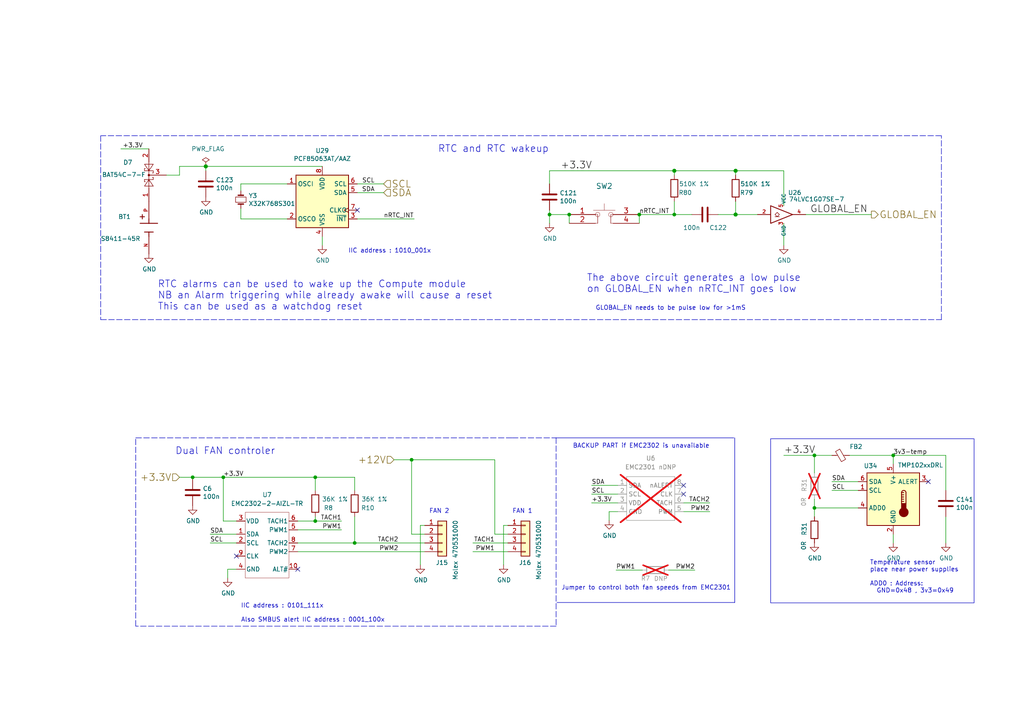
<source format=kicad_sch>
(kicad_sch (version 20230121) (generator eeschema)
  (paper "A4")
  (title_block (title "Penta-Pi") (date "2022-09-05") (rev "2.0") (comment 1 "fjc"))
  (lib_symbols
    (symbol "CM4IO:74LVC1G07_copy"
      (property "Reference" "U" (at -2.54 3.81 0))
      (property "Value" "74LVC1G07_copy" (at 0 -3.81 0))
      (symbol "74LVC1G07_copy_0_1"
        (polyline (pts (xy -2.54 -0.635) (xy -1.27 -0.635)))
        (polyline (pts (xy -3.81 2.54) (xy -3.81 -2.54) (xy 2.54 0) (xy -3.81 2.54)) (stroke (width 0.254)))
        (polyline (pts (xy -1.905 0.635) (xy -2.54 0) (xy -1.905 -0.635) (xy -1.27 0) (xy -1.905 0.635)))
      )
      (symbol "74LVC1G07_copy_1_1"
        (pin input line (at -7.62 0 0) (length 3.81) (name "~") (number "2"))
        (pin power_in line (at 0 -2.54 270) (length 0) (name "GND") (number "3"))
        (pin open_collector line (at 6.35 0 180) (length 3.81) (name "~") (number "4"))
        (pin power_in line (at 0 2.54 90) (length 0) (name "VCC") (number "5"))
      )
    )
    (symbol "CM4IO:EMC2301"
      (property "Reference" "U" (at -7.62 13.97 0))
      (property "Value" "EMC2301" (at -1.27 -1.27 0))
      (symbol "EMC2301_0_0"
        (pin open_collector line (at -11.43 10.16 0) (length 2.54) (name "SDA") (number "1"))
        (pin open_collector line (at -11.43 7.62 0) (length 2.54) (name "SCL") (number "2"))
        (pin power_in line (at -11.43 5.08 0) (length 2.54) (name "VDD") (number "3"))
        (pin power_in line (at -11.43 2.54 0) (length 2.54) (name "GND") (number "4"))
        (pin output line (at 7.62 2.54 180) (length 2.54) (name "PWM") (number "5"))
        (pin input line (at 7.62 5.08 180) (length 2.54) (name "TACH") (number "6"))
        (pin input line (at 7.62 7.62 180) (length 2.54) (name "CLK") (number "7"))
        (pin open_collector line (at 7.62 10.16 180) (length 2.54) (name "nALERT") (number "8"))
      )
      (symbol "EMC2301_0_1"
        (rectangle (start -8.89 12.7) (end 5.08 0))
      )
    )
    (symbol "CM4IO:EMC2302" (pin_names (offset 0.254))
      (property "Reference" "U" (at 2.54 0 0))
      (property "Value" "EMC2302" (at 7.62 -21.59 0))
      (symbol "EMC2302_0_1"
        (rectangle (start 1.27 -1.27) (end 13.97 -20.32) (stroke (width 0.0005)))
      )
      (symbol "EMC2302_1_1"
        (pin open_collector line (at -1.27 -7.62 0) (length 2.54) (name "SDA") (number "1"))
        (pin open_collector line (at 16.51 -17.78 180) (length 2.54) (name "ALT#") (number "10"))
        (pin open_collector line (at -1.27 -10.16 0) (length 2.54) (name "SCL") (number "2"))
        (pin power_in line (at -1.27 -3.81 0) (length 2.54) (name "VDD") (number "3"))
        (pin power_in line (at -1.27 -17.78 0) (length 2.54) (name "GND") (number "4"))
        (pin output line (at 16.51 -6.35 180) (length 2.54) (name "PWM1") (number "5"))
        (pin input line (at 16.51 -3.81 180) (length 2.54) (name "TACH1") (number "6"))
        (pin output line (at 16.51 -12.7 180) (length 2.54) (name "PWM2") (number "7"))
        (pin input line (at 16.51 -10.16 180) (length 2.54) (name "TACH2") (number "8"))
        (pin output line (at -1.27 -13.97 0) (length 2.54) (name "CLK") (number "9"))
      )
    )
    (symbol "CM4IO:S8411-45R" (pin_names (offset 1.016))
      (property "Reference" "BT" (at -3.81 3.81 0))
      (property "Value" "S8411-45R" (at -3.81 -5.08 0))
      (symbol "S8411-45R_0_0"
        (polyline (pts (xy -3.81 1.905) (xy -2.54 1.905)) (stroke (width 0.254)))
        (polyline (pts (xy -3.175 2.54) (xy -3.175 1.27)) (stroke (width 0.254)))
        (polyline (pts (xy -1.27 0) (xy -2.54 0)) (stroke (width 0.254)))
        (polyline (pts (xy -1.27 0) (xy -1.27 -2.54)) (stroke (width 0.254)))
        (polyline (pts (xy -1.27 2.54) (xy -1.27 0)) (stroke (width 0.254)))
        (polyline (pts (xy 1.27 0) (xy 1.27 -1.27)) (stroke (width 0.254)))
        (polyline (pts (xy 1.27 0) (xy 2.54 0)) (stroke (width 0.254)))
        (polyline (pts (xy 1.27 1.27) (xy 1.27 0)) (stroke (width 0.254)))
        (pin passive line (at 7.62 0 180) (length 5.08) (name "~") (number "N"))
        (pin passive line (at -7.62 0 0) (length 5.08) (name "~") (number "P"))
      )
    )
    (symbol "CM4IO:pushButton-PTS647SM38SMTR2LFS" (pin_names (offset 0.02) hide)
      (property "Reference" "S" (at 0 5.715 0))
      (property "Value" "pushButton-PTS647SM38SMTR2LFS" (at 0.635 -5.715 0))
      (symbol "pushButton-PTS647SM38SMTR2LFS_0_1"
        (circle (center -1.905 0) (radius 0.635) (stroke (width 0.0005)))
        (polyline (pts (xy -3.175 1.27) (xy 3.175 1.27)) (stroke (width 0.0005)))
        (polyline (pts (xy -1.905 -2.54) (xy -2.54 -2.54)) (stroke (width 0.0005)))
        (polyline (pts (xy -1.905 0) (xy -2.54 0)) (stroke (width 0.0005)))
        (polyline (pts (xy 1.905 -2.54) (xy 2.54 -2.54)) (stroke (width 0.0005)))
        (polyline (pts (xy 1.905 0) (xy 2.54 0)) (stroke (width 0.0005)))
        (polyline (pts (xy 0 1.27) (xy 0 3.175) (xy 0 3.175)) (stroke (width 0.0005)))
        (circle (center 1.905 0) (radius 0.635) (stroke (width 0.0005)))
      )
      (symbol "pushButton-PTS647SM38SMTR2LFS_1_1"
        (polyline (pts (xy -1.905 0) (xy -1.905 -2.54)) (stroke (width 0.127)))
        (polyline (pts (xy 1.905 -2.54) (xy 1.905 0)) (stroke (width 0.127)))
        (pin passive line (at -10.16 0 0) (length 7.62) (name "1") (number "1"))
        (pin passive line (at -10.16 -2.54 0) (length 7.62) (name "2") (number "2"))
        (pin passive line (at 10.16 0 180) (length 7.62) (name "3") (number "3"))
        (pin passive line (at 10.16 -2.54 180) (length 7.62) (name "4") (number "4"))
      )
    )
    (symbol "Connector_Generic:Conn_01x04" (pin_names (offset 1.016) hide)
      (property "Reference" "J" (at 0 5.08 0))
      (property "Value" "Conn_01x04" (at 0 -7.62 0))
      (symbol "Conn_01x04_1_1"
        (rectangle (start -1.27 -4.953) (end 0 -5.207) (stroke (width 0.1524)))
        (rectangle (start -1.27 -2.413) (end 0 -2.667) (stroke (width 0.1524)))
        (rectangle (start -1.27 0.127) (end 0 -0.127) (stroke (width 0.1524)))
        (rectangle (start -1.27 2.667) (end 0 2.413) (stroke (width 0.1524)))
        (rectangle (start -1.27 3.81) (end 1.27 -6.35) (stroke (width 0.254)) (fill (type background)))
        (pin passive line (at -5.08 2.54 0) (length 3.81) (name "Pin_1") (number "1"))
        (pin passive line (at -5.08 0 0) (length 3.81) (name "Pin_2") (number "2"))
        (pin passive line (at -5.08 -2.54 0) (length 3.81) (name "Pin_3") (number "3"))
        (pin passive line (at -5.08 -5.08 0) (length 3.81) (name "Pin_4") (number "4"))
      )
    )
    (symbol "Device:C" (pin_numbers hide) (pin_names (offset 0.254))
      (property "Reference" "C" (at 0.635 2.54 0))
      (property "Value" "C" (at 0.635 -2.54 0))
      (symbol "C_0_1"
        (polyline (pts (xy -2.032 -0.762) (xy 2.032 -0.762)) (stroke (width 0.508)))
        (polyline (pts (xy -2.032 0.762) (xy 2.032 0.762)) (stroke (width 0.508)))
      )
      (symbol "C_1_1"
        (pin passive line (at 0 3.81 270) (length 2.794) (name "~") (number "1"))
        (pin passive line (at 0 -3.81 90) (length 2.794) (name "~") (number "2"))
      )
    )
    (symbol "Device:Crystal_Small" (pin_numbers hide) (pin_names (offset 1.016) hide)
      (property "Reference" "Y" (at 0 2.54 0))
      (property "Value" "Crystal_Small" (at 0 -2.54 0))
      (symbol "Crystal_Small_0_1"
        (rectangle (start -0.762 -1.524) (end 0.762 1.524))
        (polyline (pts (xy -1.27 -0.762) (xy -1.27 0.762)) (stroke (width 0.381)))
        (polyline (pts (xy 1.27 -0.762) (xy 1.27 0.762)) (stroke (width 0.381)))
      )
      (symbol "Crystal_Small_1_1"
        (pin passive line (at -2.54 0 0) (length 1.27) (name "1") (number "1"))
        (pin passive line (at 2.54 0 180) (length 1.27) (name "2") (number "2"))
      )
    )
    (symbol "Device:FerriteBead_Small" (pin_numbers hide) (pin_names (offset 0))
      (property "Reference" "FB" (at 1.905 1.27 0))
      (property "Value" "FerriteBead_Small" (at 1.905 -1.27 0))
      (symbol "FerriteBead_Small_0_1"
        (polyline (pts (xy 0 -1.27) (xy 0 -0.7874)))
        (polyline (pts (xy 0 0.889) (xy 0 1.2954)))
        (polyline (pts (xy -1.8288 0.2794) (xy -1.1176 1.4986) (xy 1.8288 -0.2032) (xy 1.1176 -1.4224) (xy -1.8288 0.2794)))
      )
      (symbol "FerriteBead_Small_1_1"
        (pin passive line (at 0 2.54 270) (length 1.27) (name "~") (number "1"))
        (pin passive line (at 0 -2.54 90) (length 1.27) (name "~") (number "2"))
      )
    )
    (symbol "Device:R" (pin_numbers hide) (pin_names (offset 0))
      (property "Reference" "R" (at 2.032 0 90))
      (property "Value" "R" (at 0 0 90))
      (symbol "R_0_1"
        (rectangle (start -1.016 -2.54) (end 1.016 2.54) (stroke (width 0.254)))
      )
      (symbol "R_1_1"
        (pin passive line (at 0 3.81 270) (length 1.27) (name "~") (number "1"))
        (pin passive line (at 0 -3.81 90) (length 1.27) (name "~") (number "2"))
      )
    )
    (symbol "Diode:BAT54C" (pin_names (offset 1.016))
      (property "Reference" "D" (at 0.635 -3.81 0))
      (property "Value" "BAT54C" (at -6.35 3.175 0))
      (symbol "BAT54C_0_1"
        (polyline (pts (xy -1.905 0) (xy 1.905 0)))
        (polyline (pts (xy -1.905 1.27) (xy -1.905 1.016)))
        (polyline (pts (xy -1.27 -1.27) (xy -0.635 -1.27)))
        (polyline (pts (xy -1.27 0) (xy -3.81 0)))
        (polyline (pts (xy -1.27 1.27) (xy -1.905 1.27)))
        (polyline (pts (xy -1.27 1.27) (xy -1.27 -1.27)))
        (polyline (pts (xy -0.635 -1.27) (xy -0.635 -1.016)))
        (polyline (pts (xy 0.635 -1.27) (xy 0.635 -1.016)))
        (polyline (pts (xy 1.27 -1.27) (xy 0.635 -1.27)))
        (polyline (pts (xy 1.27 1.27) (xy 1.27 -1.27)))
        (polyline (pts (xy 1.27 1.27) (xy 1.905 1.27)))
        (polyline (pts (xy 1.905 1.27) (xy 1.905 1.016)))
        (polyline (pts (xy 3.81 0) (xy 1.27 0)))
        (polyline (pts (xy -3.175 -1.27) (xy -3.175 1.27) (xy -1.27 0) (xy -3.175 -1.27)))
        (polyline (pts (xy 3.175 -1.27) (xy 3.175 1.27) (xy 1.27 0) (xy 3.175 -1.27)))
        (circle (center 0 0) (radius 0.254) (fill (type outline)))
      )
      (symbol "BAT54C_1_1"
        (pin passive line (at -7.62 0 0) (length 3.81) (name "~") (number "1"))
        (pin passive line (at 7.62 0 180) (length 3.81) (name "~") (number "2"))
        (pin passive line (at 0 -5.08 90) (length 5.08) (name "~") (number "3"))
      )
    )
    (symbol "Sensor_Temperature:TMP102xxDRL"
      (property "Reference" "U" (at -2.54 10.795 0))
      (property "Value" "TMP102xxDRL" (at -2.54 8.89 0))
      (symbol "TMP102xxDRL_0_1"
        (rectangle (start -7.62 7.62) (end 7.62 -7.62) (stroke (width 0.254)) (fill (type background)))
      )
      (symbol "TMP102xxDRL_1_1"
        (polyline (pts (xy 2.413 -0.635) (xy 3.048 -0.635)) (stroke (width 0.254)))
        (polyline (pts (xy 2.413 0) (xy 3.048 0)) (stroke (width 0.254)))
        (polyline (pts (xy 2.413 0.635) (xy 3.048 0.635)) (stroke (width 0.254)))
        (polyline (pts (xy 2.413 1.27) (xy 3.048 1.27)) (stroke (width 0.254)))
        (polyline (pts (xy 2.413 1.905) (xy 2.413 -1.27)) (stroke (width 0.254)))
        (polyline (pts (xy 2.413 1.905) (xy 3.048 1.905)) (stroke (width 0.254)))
        (polyline (pts (xy 3.683 1.905) (xy 3.683 -1.27)) (stroke (width 0.254)))
        (circle (center 3.048 -3.81) (radius 1.27) (stroke (width 0.254)) (fill (type outline)))
        (rectangle (start 3.683 -3.175) (end 2.413 -1.27) (stroke (width 0.254)) (fill (type outline)))
        (arc (start 3.683 1.905) (mid 3.048 2.5373) (end 2.413 1.905) (stroke (width 0.254)))
        (pin input line (at -10.16 2.54 0) (length 2.54) (name "SCL") (number "1"))
        (pin power_in line (at 0 -10.16 90) (length 2.54) (name "GND") (number "2"))
        (pin open_collector line (at 10.16 5.08 180) (length 2.54) (name "ALERT") (number "3"))
        (pin input line (at -10.16 -2.54 0) (length 2.54) (name "ADD0") (number "4"))
        (pin power_in line (at 0 10.16 270) (length 2.54) (name "V+") (number "5"))
        (pin bidirectional line (at -10.16 5.08 0) (length 2.54) (name "SDA") (number "6"))
      )
    )
    (symbol "Timer_RTC:PCF8563T"
      (property "Reference" "U" (at -7.62 8.89 0))
      (property "Value" "PCF8563T" (at 2.54 8.89 0))
      (symbol "PCF8563T_0_1"
        (rectangle (start -7.62 7.62) (end 7.62 -7.62) (stroke (width 0.254)) (fill (type background)))
      )
      (symbol "PCF8563T_1_1"
        (pin input line (at -10.16 5.08 0) (length 2.54) (name "OSCI") (number "1"))
        (pin output line (at -10.16 -5.08 0) (length 2.54) (name "OSCO") (number "2"))
        (pin output line (at 10.16 -5.08 180) (length 2.54) (name "~{INT}") (number "3"))
        (pin power_in line (at 0 -10.16 90) (length 2.54) (name "VSS") (number "4"))
        (pin bidirectional line (at 10.16 2.54 180) (length 2.54) (name "SDA") (number "5"))
        (pin input line (at 10.16 5.08 180) (length 2.54) (name "SCL") (number "6"))
        (pin output clock (at 10.16 -2.54 180) (length 2.54) (name "CLKO") (number "7"))
        (pin power_in line (at 0 10.16 270) (length 2.54) (name "VDD") (number "8"))
      )
    )
    (symbol "power:GND" (power) (pin_names (offset 0))
      (property "Value" "GND" (at 0 -3.81 0))
      (symbol "GND_0_1"
        (polyline (pts (xy 0 0) (xy 0 -1.27) (xy 1.27 -1.27) (xy 0 -2.54) (xy -1.27 -1.27) (xy 0 -1.27)))
      )
      (symbol "GND_1_1"
        (pin power_in line (at 0 0 270) (length 0) hide (name "GND") (number "1"))
      )
    )
    (symbol "power:PWR_FLAG" (power) (pin_numbers hide) (pin_names (offset 0) hide)
      (property "Value" "PWR_FLAG" (at 0 3.81 0))
      (symbol "PWR_FLAG_0_0"
        (pin power_out line (at 0 0 90) (length 0) (name "pwr") (number "1"))
      )
      (symbol "PWR_FLAG_0_1"
        (polyline (pts (xy 0 0) (xy 0 1.27) (xy -1.016 1.905) (xy 0 2.54) (xy 1.016 1.905) (xy 0 1.27)))
      )
    )
  )
  (junction (at 55.88 138.43) (diameter 0.9144))
  (junction (at 213.36 62.23) (diameter 1.016))
  (junction (at 64.77 138.43) (diameter 0.9144))
  (junction (at 159.385 62.23) (diameter 0.9144))
  (junction (at 91.44 151.13) (diameter 0.9144))
  (junction (at 236.22 147.32))
  (junction (at 59.69 48.26) (diameter 1.016))
  (junction (at 102.87 157.48) (diameter 0.9144))
  (junction (at 213.36 49.53) (diameter 1.016))
  (junction (at 119.38 133.35) (diameter 0.9144))
  (junction (at 195.58 49.53) (diameter 1.016))
  (junction (at 259.08 132.08))
  (junction (at 165.1 62.23) (diameter 0.9144))
  (junction (at 185.42 62.23) (diameter 0.9144))
  (junction (at 236.22 132.08))
  (junction (at 195.58 62.23) (diameter 0.9144))
  (junction (at 91.44 138.43) (diameter 0.9144))
  (no_connect (at 269.24 139.7))
  (no_connect (at 68.58 161.29))
  (no_connect (at 86.36 165.1))
  (no_connect (at 103.632 60.96))
  (no_connect (at 198.2593 140.7794))
  (no_connect (at 198.2593 143.3194))
  (wire (pts (xy 246.38 132.08) (xy 259.08 132.08)))
  (wire (pts (xy 48.26 50.8) (xy 52.07 50.8)))
  (wire (pts (xy 52.07 138.43) (xy 55.88 138.43)))
  (wire (pts (xy 55.88 138.43) (xy 64.77 138.43)))
  (wire (pts (xy 64.77 138.43) (xy 91.44 138.43)))
  (wire (pts (xy 179.2093 145.8594) (xy 171.5893 145.8594)))
  (wire (pts (xy 69.85 53.34) (xy 83.312 53.34)))
  (wire (pts (xy 66.04 165.1) (xy 66.04 167.64)))
  (wire (pts (xy 233.68 62.23) (xy 252.73 62.23)))
  (wire (pts (xy 111.252 55.88) (xy 103.632 55.88)))
  (polyline (pts (xy 39.37 127) (xy 148.59 127)) (stroke (width 0) (type dash)))
  (wire (pts (xy 186.309 165.354) (xy 178.689 165.354)))
  (wire (pts (xy 248.92 139.7) (xy 241.3 139.7)))
  (wire (pts (xy 102.87 149.86) (xy 102.87 157.48)))
  (wire (pts (xy 121.92 152.4) (xy 121.92 163.83)))
  (polyline (pts (xy 273.05 39.37) (xy 29.21 39.37)) (stroke (width 0) (type dash)))
  (wire (pts (xy 248.92 142.24) (xy 241.3 142.24)))
  (wire (pts (xy 185.42 64.77) (xy 185.42 62.23)))
  (wire (pts (xy 236.22 132.08) (xy 241.3 132.08)))
  (polyline (pts (xy 29.21 92.71) (xy 273.05 92.71)) (stroke (width 0) (type dash)))
  (wire (pts (xy 195.58 49.53) (xy 195.58 50.8)))
  (wire (pts (xy 205.8793 148.3994) (xy 198.2593 148.3994)))
  (wire (pts (xy 86.36 160.02) (xy 123.19 160.02)))
  (wire (pts (xy 91.44 138.43) (xy 102.87 138.43)))
  (wire (pts (xy 102.87 138.43) (xy 102.87 142.24)))
  (wire (pts (xy 91.44 151.13) (xy 99.06 151.13)))
  (wire (pts (xy 159.385 49.53) (xy 195.58 49.53)))
  (wire (pts (xy 185.42 62.23) (xy 195.58 62.23)))
  (wire (pts (xy 147.32 154.94) (xy 143.51 154.94)))
  (wire (pts (xy 68.58 165.1) (xy 66.04 165.1)))
  (wire (pts (xy 103.632 63.5) (xy 120.142 63.5)))
  (polyline (pts (xy 161.29 127) (xy 161.29 181.61)) (stroke (width 0) (type dash)))
  (polyline (pts (xy 273.05 92.71) (xy 273.05 39.37)) (stroke (width 0) (type dash)))
  (wire (pts (xy 93.472 68.58) (xy 93.472 71.12)))
  (wire (pts (xy 69.85 53.34) (xy 69.85 55.372)))
  (wire (pts (xy 123.19 152.4) (xy 121.92 152.4)))
  (wire (pts (xy 55.88 138.43) (xy 55.88 139.065)))
  (wire (pts (xy 274.32 132.08) (xy 274.32 142.24)))
  (wire (pts (xy 236.22 147.32) (xy 248.92 147.32)))
  (wire (pts (xy 236.22 137.16) (xy 236.22 132.08)))
  (wire (pts (xy 68.58 154.94) (xy 60.96 154.94)))
  (wire (pts (xy 208.28 62.23) (xy 213.36 62.23)))
  (wire (pts (xy 179.2093 140.7794) (xy 171.5893 140.7794)))
  (polyline (pts (xy 161.29 127) (xy 212.852 127)))
  (polyline (pts (xy 213.106 127) (xy 213.106 174.752)))
  (polyline (pts (xy 213.106 174.752) (xy 161.544 174.752)))
  (wire (pts (xy 68.58 157.48) (xy 60.96 157.48)))
  (wire (pts (xy 201.549 165.354) (xy 193.929 165.354)))
  (wire (pts (xy 52.07 48.26) (xy 59.69 48.26)))
  (wire (pts (xy 165.1 64.77) (xy 165.1 62.23)))
  (wire (pts (xy 147.32 152.4) (xy 146.05 152.4)))
  (wire (pts (xy 143.51 133.35) (xy 143.51 154.94)))
  (wire (pts (xy 159.385 62.23) (xy 159.385 60.96)))
  (wire (pts (xy 159.385 64.77) (xy 159.385 62.23)))
  (wire (pts (xy 86.36 157.48) (xy 102.87 157.48)))
  (wire (pts (xy 102.87 157.48) (xy 123.19 157.48)))
  (wire (pts (xy 123.19 154.94) (xy 119.38 154.94)))
  (polyline (pts (xy 39.37 181.61) (xy 39.37 127)) (stroke (width 0) (type dash)))
  (wire (pts (xy 59.69 48.26) (xy 59.69 49.5554)))
  (wire (pts (xy 195.58 62.23) (xy 200.66 62.23)))
  (wire (pts (xy 119.38 133.35) (xy 114.3 133.35)))
  (wire (pts (xy 259.08 132.08) (xy 259.08 134.62)))
  (wire (pts (xy 213.36 49.53) (xy 227.33 49.53)))
  (wire (pts (xy 137.16 157.48) (xy 147.32 157.48)))
  (wire (pts (xy 69.85 63.5) (xy 69.85 60.452)))
  (polyline (pts (xy 161.29 181.61) (xy 39.37 181.61)) (stroke (width 0) (type dash)))
  (wire (pts (xy 52.07 50.8) (xy 52.07 48.26)))
  (wire (pts (xy 59.69 48.26) (xy 93.472 48.26)))
  (wire (pts (xy 236.22 147.32) (xy 236.22 149.86)))
  (wire (pts (xy 205.8793 145.8594) (xy 198.2593 145.8594)))
  (wire (pts (xy 195.58 49.53) (xy 213.36 49.53)))
  (wire (pts (xy 91.44 138.43) (xy 91.44 142.24)))
  (wire (pts (xy 213.36 62.23) (xy 213.36 58.42)))
  (wire (pts (xy 259.08 157.48) (xy 259.08 154.94)))
  (wire (pts (xy 236.22 144.78) (xy 236.22 147.32)))
  (wire (pts (xy 179.2093 143.3194) (xy 171.5893 143.3194)))
  (wire (pts (xy 137.16 160.02) (xy 147.32 160.02)))
  (wire (pts (xy 159.385 53.34) (xy 159.385 49.53)))
  (wire (pts (xy 259.08 132.08) (xy 274.32 132.08)))
  (wire (pts (xy 83.312 63.5) (xy 69.85 63.5)))
  (wire (pts (xy 213.36 62.23) (xy 219.71 62.23)))
  (wire (pts (xy 64.77 138.43) (xy 64.77 151.13)))
  (wire (pts (xy 68.58 151.13) (xy 64.77 151.13)))
  (wire (pts (xy 227.33 64.77) (xy 227.33 71.12)))
  (wire (pts (xy 165.1 62.23) (xy 159.385 62.23)))
  (polyline (pts (xy 29.21 39.37) (xy 29.21 92.71)) (stroke (width 0) (type dash)))
  (wire (pts (xy 213.36 49.53) (xy 213.36 50.8)))
  (wire (pts (xy 91.44 149.86) (xy 91.44 151.13)))
  (wire (pts (xy 195.58 62.23) (xy 195.58 58.42)))
  (wire (pts (xy 35.052 43.18) (xy 43.18 43.18)))
  (wire (pts (xy 111.252 53.34) (xy 103.632 53.34)))
  (polyline (pts (xy 148.59 127) (xy 161.29 127)) (stroke (width 0) (type dash)))
  (wire (pts (xy 119.38 133.35) (xy 143.51 133.35)))
  (wire (pts (xy 274.32 157.48) (xy 274.32 149.86)))
  (wire (pts (xy 86.36 151.13) (xy 91.44 151.13)))
  (wire (pts (xy 227.33 132.08) (xy 236.22 132.08)))
  (wire (pts (xy 179.2093 148.3994) (xy 176.6749 148.3994)))
  (wire (pts (xy 146.05 152.4) (xy 146.05 163.83)))
  (wire (pts (xy 119.38 133.35) (xy 119.38 154.94)))
  (wire (pts (xy 86.36 153.67) (xy 99.06 153.67)))
  (wire (pts (xy 176.6749 148.3994) (xy 176.6749 150.9484)))
  (wire (pts (xy 227.33 49.53) (xy 227.33 59.69)))
  (rectangle (start 223.52 127.2559) (end 282.5246 174.86))
  (text "The above circuit generates a low pulse\non GLOBAL_EN when nRTC_INT goes low" (at 170.18 85.09 0) (effects (font (size 2.007 2.007)) (justify left bottom)))
  (text "RTC alarms can be used to wake up the Compute module\nNB an Alarm triggering while already awake will cause a reset \nThis can be used as a watchdog reset " (at 45.72 90.17 0) (effects (font (size 2.0066 2.0066)) (justify left bottom)))
  (text "GLOBAL_EN needs to be pulse low for >1mS" (at 172.72 90.17 0) (effects (font (size 1.27 1.27)) (justify left bottom)))
  (text "Also SMBUS alert IIC address : 0001_100x" (at 69.8754 180.6194 0) (effects (font (size 1.27 1.27)) (justify left bottom)))
  (text "FAN 1\n\n" (at 148.59 151.13 0) (effects (font (size 1.27 1.27)) (justify left bottom)))
  (text "Temperature sensor\nplace near power supplies\n\nADD0 : Address:\n  GND=0x48 , 3v3=0x49\n" (at 252.2799 172.1756 0) (effects (font (size 1.27 1.27)) (justify left bottom)))
  (text "BACKUP PART if EMC2302 is unavailable" (at 166.116 130.175 0) (effects (font (size 1.27 1.27)) (justify left bottom)))
  (text "Dual FAN controler" (at 50.8 132.08 0) (effects (font (size 2.007 2.007)) (justify left bottom)))
  (text "Jumper to control both fan speeds from EMC2301" (at 162.814 171.323 0) (effects (font (size 1.27 1.27)) (justify left bottom)))
  (text "RTC and RTC wakeup" (at 127 44.45 0) (effects (font (size 2.0066 2.0066)) (justify left bottom)))
  (text "IIC address : 0101_111x" (at 69.85 176.53 0) (effects (font (size 1.27 1.27)) (justify left bottom)))
  (text "IIC address : 1010_001x" (at 101.0158 73.5838 0) (effects (font (size 1.27 1.27)) (justify left bottom)))
  (text "FAN 2\n\n" (at 124.46 151.13 0) (effects (font (size 1.27 1.27)) (justify left bottom)))
  (label "GLOBAL_EN" (at 234.95 62.23 0) (effects (font (size 2.0066 2.0066))))
  (label "TACH1" (at 99.06 151.13 180))
  (label "PWM2" (at 201.549 165.354 180))
  (label "3v3-temp" (at 259.08 132.08 0))
  (label "TACH2" (at 205.8793 145.8594 180))
  (label "SDA" (at 60.96 154.94 0))
  (label "+3.3V" (at 35.56 43.18 0))
  (label "+3.3V" (at 171.5893 145.8594 0))
  (label "PWM2" (at 205.8793 148.3994 180))
  (label "TACH2" (at 115.57 157.48 180))
  (label "TACH1" (at 143.51 157.48 180))
  (label "SDA" (at 241.3 139.7 0))
  (label "PWM1" (at 143.51 160.02 180))
  (label "+3.3V" (at 64.77 138.43 0))
  (label "+3.3V" (at 162.56 49.53 0) (effects (font (size 2.007 2.007))))
  (label "SCL" (at 60.96 157.48 0))
  (label "SCL" (at 108.712 53.34 180))
  (label "PWM1" (at 99.06 153.67 180))
  (label "PWM2" (at 115.57 160.02 180))
  (label "nRTC_INT" (at 185.42 62.23 0))
  (label "SDA" (at 108.712 55.88 180))
  (label "+3.3V" (at 227.33 132.08 0) (effects (font (size 2.007 2.007))))
  (label "nRTC_INT" (at 120.015 63.5 180))
  (label "PWM1" (at 178.689 165.354 0))
  (label "SCL" (at 171.5893 143.3194 0))
  (label "SDA" (at 171.5893 140.7794 0))
  (label "SCL" (at 241.3 142.24 0))
  (hierarchical_label "GLOBAL_EN" (shape output) (at 252.73 62.23 0) (effects (font (size 2.0066 2.0066))))
  (hierarchical_label "SCL" (shape input) (at 111.252 53.34 0) (effects (font (size 2.0066 2.0066))))
  (hierarchical_label "SDA" (shape input) (at 111.252 55.88 0) (effects (font (size 2.0066 2.0066))))
  (hierarchical_label "+12V" (shape input) (at 114.3 133.35 180) (effects (font (size 2.0066 2.0066))))
  (hierarchical_label "+3.3V" (shape input) (at 52.07 138.43 180) (effects (font (size 2.0066 2.0066))))
  (symbol (lib_id "power:GND") (at 93.472 71.12 0) (unit 1)
    (property "Reference" "#PWR061" (effects hide))
    (property "Value" "GND" (at 93.599 75.5142 0))
  )
  (symbol (lib_id "CM4IO:74LVC1G07_copy") (at 227.33 62.23 0) (unit 1)
    (property "Reference" "U26" (at 230.505 55.88 0))
    (property "Value" "74LVC1G07SE-7" (at 236.855 57.785 0))
    (property "Footprint" "Package_TO_SOT_SMD:SOT-353_SC-70-5" (effects hide))
    (property "Datasheet" "https://www.diodes.com/assets/Datasheets/74LVC1G07.pdf" (effects hide))
    (property "LCSC Part Number" "C67531" (effects hide))
  )
  (symbol (lib_id "Device:R") (at 195.58 54.61 180) (unit 1)
    (property "Reference" "R80" (at 198.755 55.88 0))
    (property "Value" "510K 1%" (at 201.295 53.34 0))
    (property "Footprint" "Resistor_SMD:R_0603_1608Metric" (effects hide))
    (property "LCSC Part Number" "C23192" (effects hide))
  )
  (symbol (lib_id "Device:R") (at 213.36 54.61 180) (unit 1)
    (property "Reference" "R79" (at 216.535 55.88 0))
    (property "Value" "510K 1%" (at 219.075 53.34 0))
    (property "Footprint" "Resistor_SMD:R_0603_1608Metric" (effects hide))
    (property "LCSC Part Number" "C23192" (effects hide))
  )
  (symbol (lib_id "Device:C") (at 159.385 57.15 0) (unit 1)
    (property "Reference" "C121" (at 162.306 55.9816 0) (effects (justify left)))
    (property "Value" "100n" (at 162.306 58.293 0) (effects (justify left)))
    (property "Footprint" "Capacitor_SMD:C_0402_1005Metric" (effects hide))
    (property "Datasheet" "https://search.murata.co.jp/Ceramy/image/img/A01X/G101/ENG/GRM21BR71A106KA73-01.pdf" (effects hide))
    (property "LCSC Part Number" "C1525" (effects hide))
  )
  (symbol (lib_id "Device:C") (at 204.47 62.23 270) (unit 1)
    (property "Reference" "C122" (at 205.74 66.04 90) (effects (justify left)))
    (property "Value" "100n" (at 198.12 66.04 90) (effects (justify left)))
    (property "Footprint" "Capacitor_SMD:C_0402_1005Metric" (effects hide))
    (property "Datasheet" "https://search.murata.co.jp/Ceramy/image/img/A01X/G101/ENG/GRM21BR71A106KA73-01.pdf" (effects hide))
    (property "LCSC Part Number" "C1525" (effects hide))
  )
  (symbol (lib_id "power:GND") (at 227.33 71.12 0) (unit 1)
    (property "Reference" "#PWR066" (effects hide))
    (property "Value" "GND" (at 227.457 75.5142 0))
  )
  (symbol (lib_id "power:GND") (at 159.385 64.77 0) (unit 1)
    (property "Reference" "#PWR065" (effects hide))
    (property "Value" "GND" (at 159.512 69.1642 0))
  )
  (symbol (lib_id "Timer_RTC:PCF8563T") (at 93.472 58.42 0) (unit 1)
    (property "Reference" "U29" (at 93.472 43.7134 0))
    (property "Value" "PCF85063AT/AAZ" (at 93.472 46.0248 0))
    (property "Footprint" "Package_SO:SOIC-8_3.9x4.9mm_P1.27mm" (effects hide))
    (property "Datasheet" "https://www.nxp.com/docs/en/data-sheet/PCF85063A.pdf" (effects hide))
    (property "LCSC Part Number" "C2157792" (effects hide))
  )
  (symbol (lib_id "Device:Crystal_Small") (at 69.85 57.912 90) (unit 1)
    (property "Reference" "Y3" (at 72.0852 56.769 90) (effects (justify right)))
    (property "Value" "X32K768S301" (at 72.0852 59.055 90) (effects (justify right)))
    (property "Footprint" "Crystal:Crystal_SMD_3215-2Pin_3.2x1.5mm" (effects hide))
    (property "Datasheet" "https://www.microcrystal.com/fileadmin/Media/Products/32kHz/Datasheet/CC7V-T1A.pdf" (effects hide))
    (property "LCSC Part Number" "C32346" (effects hide))
  )
  (symbol (lib_id "Diode:BAT54C") (at 43.18 50.8 90) (unit 1)
    (property "Reference" "D7" (at 38.4302 47.117 90) (effects (justify left)))
    (property "Value" "BAT54C-7-F" (at 42.2402 50.673 90) (effects (justify left)))
    (property "Footprint" "Package_TO_SOT_SMD:SOT-23" (effects hide))
    (property "Datasheet" "https://www.diodes.com/assets/Datasheets/ds11005.pdf" (effects hide))
    (property "LCSC Part Number" "C181200" (effects hide))
  )
  (symbol (lib_id "power:GND") (at 236.22 157.48 0) (unit 1)
    (property "Reference" "#PWR057" (effects hide))
    (property "Value" "GND" (at 236.347 161.8742 0))
  )
  (symbol (lib_id "power:GND") (at 176.6749 150.9484 0) (unit 1)
    (property "Reference" "#PWR0108" (effects hide))
    (property "Value" "GND" (at 176.8019 155.3426 0))
  )
  (symbol (lib_id "CM4IO:S8411-45R") (at 43.18 66.04 90) (mirror x) (unit 1)
    (property "Reference" "BT1" (at 34.29 62.8649 90) (effects (justify right)))
    (property "Value" "S8411-45R" (at 29.21 69.2149 90) (effects (justify right)))
    (property "Footprint" "CM4IO:BAT_S8411-45R" (effects hide))
    (property "Datasheet" "https://cdn.harwin.com/pdfs/S8211R.pdf" (effects hide))
    (property "LCSC Part Number" "C238068" (effects hide))
  )
  (symbol (lib_id "power:GND") (at 259.08 157.48 0) (unit 1)
    (property "Reference" "#PWR03" (effects hide))
    (property "Value" "GND" (at 259.207 161.8742 0))
  )
  (symbol (lib_id "Device:R") (at 102.87 146.05 180) (unit 1)
    (property "Reference" "R10" (at 106.68 147.32 0))
    (property "Value" "36K 1%" (at 108.585 144.78 0))
    (property "Footprint" "Resistor_SMD:R_0603_1608Metric" (effects hide))
    (property "LCSC Part Number" "C23147" (effects hide))
  )
  (symbol (lib_id "power:GND") (at 274.32 157.48 0) (unit 1)
    (property "Reference" "#PWR05" (effects hide))
    (property "Value" "GND" (at 274.447 161.8742 0))
  )
  (symbol (lib_id "CM4IO:EMC2302") (at 69.85 147.32 0) (unit 1)
    (property "Reference" "U7" (at 77.47 143.51 0))
    (property "Value" "EMC2302-2-AIZL-TR" (at 77.47 146.05 0))
    (property "Footprint" "Package_SO:MSOP-10_3x3mm_P0.5mm" (effects hide))
    (property "Datasheet" "https://ww1.microchip.com/downloads/en/DeviceDoc/2302.pdf" (effects hide))
    (property "LCSC Part Number" "C626970" (effects hide))
    (property "Part Description" "DUAL IC MOTOR/FAN DRIVER 3V-3.6V 10MSOP" (effects hide))
  )
  (symbol (lib_id "power:GND") (at 66.04 167.64 0) (unit 1)
    (property "Reference" "#PWR060" (effects hide))
    (property "Value" "GND" (at 66.167 172.0342 0))
  )
  (symbol (lib_id "Device:R") (at 236.22 153.67 180) (unit 1)
    (property "Reference" "R31" (at 233.2856 153.4111 90))
    (property "Value" "0R" (at 233.113 158.2442 90))
    (property "Footprint" "Resistor_SMD:R_0603_1608Metric" (effects hide))
    (property "LCSC Part Number" "C21189" (effects hide))
    (instances (project "Hepta-Pi_1.1" (path "" (reference "R31") (unit 1)) (path "" (reference "R11") (unit 1))))
  )
  (symbol (lib_id "CM4IO:pushButton-PTS647SM38SMTR2LFS") (at 175.26 62.23 0) (unit 1)
    (property "Reference" "SW2" (at 175.26 53.975 0) (effects (font (size 1.524 1.524))))
    (property "Value" "pushButton-PTS647SM38SMTR2LFS" (effects hide))
    (property "Footprint" "CM4IO:pushButton-PTS647SM38SMTR2LFS" (effects hide))
    (property "Datasheet" "https://www.ckswitches.com/products/switches/product-details/Tactile/PTS647/PTS647SM38SMTR2LFS/" (effects hide))
    (property "Part Description" "Tact Sw SPST-NO Top Actuated SMT 4.5mmX4.5mm" (effects hide))
    (property "LCSC Part Number" "C2689502" (effects hide))
  )
  (symbol (lib_id "power:GND") (at 121.92 163.83 0) (unit 1)
    (property "Reference" "#PWR062" (effects hide))
    (property "Value" "GND" (at 122.047 168.2242 0))
  )
  (symbol (lib_id "Device:C") (at 274.32 146.05 0) (unit 1)
    (property "Reference" "C141" (at 277.241 144.8816 0) (effects (justify left)))
    (property "Value" "100n" (at 277.241 147.193 0) (effects (justify left)))
    (property "Footprint" "Capacitor_SMD:C_0603_1608Metric" (effects hide))
    (property "Datasheet" "https://search.murata.co.jp/Ceramy/image/img/A01X/G101/ENG/GRM21BR71A106KA73-01.pdf" (effects hide))
    (property "LCSC Part Number" "C14663" (effects hide))
  )
  (symbol (lib_id "Device:C") (at 55.88 142.875 0) (unit 1)
    (property "Reference" "C6" (at 58.801 141.7066 0) (effects (justify left)))
    (property "Value" "100n" (at 58.801 144.018 0) (effects (justify left)))
    (property "Footprint" "Capacitor_SMD:C_0402_1005Metric" (effects hide))
    (property "Datasheet" "https://search.murata.co.jp/Ceramy/image/img/A01X/G101/ENG/GRM21BR71A106KA73-01.pdf" (effects hide))
    (property "LCSC Part Number" "C1525" (effects hide))
  )
  (symbol (lib_id "Sensor_Temperature:TMP102xxDRL") (at 259.08 144.78 0) (unit 1)
    (property "Reference" "U34" (at 252.5099 135.1214 0))
    (property "Value" "TMP102xxDRL" (at 266.9714 134.9224 0))
    (property "Footprint" "Package_TO_SOT_SMD:SOT-563" (effects hide))
    (property "Datasheet" "https://www.ti.com/lit/ds/symlink/tmp102.pdf" (effects hide))
    (property "Part Description" "TEMP SENSOR I2C SOT-563" (effects hide))
  )
  (symbol (lib_id "Connector_Generic:Conn_01x04") (at 152.4 154.94 0) (unit 1)
    (property "Reference" "J16" (at 150.495 163.195 0) (effects (justify left)))
    (property "Value" "Molex 470531000" (at 156.21 168.275 90) (effects (justify left)))
    (property "Footprint" "Connector:FanPinHeader_1x04_P2.54mm_Vertical" (effects hide))
    (property "Special" "TH" (effects hide))
  )
  (symbol (lib_id "power:PWR_FLAG") (at 59.69 48.26 0) (unit 1)
    (property "Reference" "#FLG0113" (effects hide))
    (property "Value" "PWR_FLAG" (at 60.325 43.18 0))
  )
  (symbol (lib_id "Device:FerriteBead_Small") (at 243.84 132.08 90) (mirror x) (unit 1)
    (property "Reference" "FB2" (at 246.38 129.54 90) (effects (justify right)))
    (property "Value" "FerriteBead_Small" (effects hide))
    (property "Footprint" "Resistor_SMD:R_0603_1608Metric" (effects hide))
    (property "Datasheet" "https://www.chilisin.com/upload/media/product/emi_bead/file/BBPY_Series.pdf" (effects hide))
    (property "LCSC Part Number" "C108301" (effects hide))
    (instances (project "Hepta-Pi_1.1" (path "" (reference "FB2") (unit 1)) (path "" (reference "FB1") (unit 1))))
  )
  (symbol (lib_id "CM4IO:EMC2301") (at 190.6393 150.9394 0) (unit 1) (dnp yes)
    (property "Reference" "U6" (at 188.7343 132.9306 0))
    (property "Value" "EMC2301 nDNP" (at 188.7343 135.4706 0))
    (property "Footprint" "Package_SO:MSOP-8_3x3mm_P0.65mm" (effects hide))
    (property "Datasheet" "https://ww1.microchip.com/downloads/en/DeviceDoc/2301.pdf" (effects hide))
    (property "Part Description" "IC MOTOR/FAN DRIVER 3V-3.6V 8MSOP" (effects hide))
    (property "Special" "DNP" (effects hide))
    (property "LCSC Part Number" "DNP" (effects hide))
  )
  (symbol (lib_id "Device:R") (at 91.44 146.05 180) (unit 1)
    (property "Reference" "R8" (at 95.25 147.32 0))
    (property "Value" "36K 1%" (at 97.155 144.78 0))
    (property "Footprint" "Resistor_SMD:R_0603_1608Metric" (effects hide))
    (property "LCSC Part Number" "C23147" (effects hide))
  )
  (symbol (lib_id "Connector_Generic:Conn_01x04") (at 128.27 154.94 0) (unit 1)
    (property "Reference" "J15" (at 126.365 163.195 0) (effects (justify left)))
    (property "Value" "Molex 470531000" (at 132.08 168.275 90) (effects (justify left)))
    (property "Footprint" "Connector:FanPinHeader_1x04_P2.54mm_Vertical" (effects hide))
    (property "Special" "TH" (effects hide))
  )
  (symbol (lib_id "power:GND") (at 55.88 146.685 0) (unit 1)
    (property "Reference" "#PWR058" (effects hide))
    (property "Value" "GND" (at 56.007 151.0792 0))
  )
  (symbol (lib_id "power:GND") (at 146.05 163.83 0) (unit 1)
    (property "Reference" "#PWR064" (effects hide))
    (property "Value" "GND" (at 146.177 168.2242 0))
  )
  (symbol (lib_id "Device:R") (at 236.22 140.97 180) (unit 1) (dnp yes)
    (property "Reference" "R31" (at 233.2856 140.7111 90))
    (property "Value" "0R" (at 233.113 145.5442 90))
    (property "Footprint" "Resistor_SMD:R_0603_1608Metric" (effects hide))
    (property "LCSC Part Number" "C21189" (effects hide))
    (instances (project "Hepta-Pi_1.1" (path "" (reference "R31") (unit 1)) (path "" (reference "R12") (unit 1))))
  )
  (symbol (lib_id "power:GND") (at 59.69 57.1754 0) (unit 1)
    (property "Reference" "#PWR059" (effects hide))
    (property "Value" "GND" (at 59.817 61.5696 0))
  )
  (symbol (lib_id "power:GND") (at 43.18 73.66 0) (unit 1)
    (property "Reference" "#PWR0139" (effects hide))
    (property "Value" "GND" (at 43.307 78.0542 0))
  )
  (symbol (lib_id "Device:R") (at 190.119 165.354 90) (unit 1) (dnp yes)
    (property "Reference" "R7" (at 188.5696 167.7416 90) (effects (justify left)))
    (property "Value" "DNP" (at 193.7214 167.8194 90) (effects (justify left)))
    (property "Footprint" "Resistor_SMD:R_0603_1608Metric_Pad0.98x0.95mm_HandSolder" (effects hide))
    (property "LCSC Part Number" "DNP" (effects hide))
    (property "Special" "DNP" (effects hide))
  )
  (symbol (lib_id "Device:C") (at 59.69 53.3654 0) (unit 1)
    (property "Reference" "C123" (at 62.611 52.197 0) (effects (justify left)))
    (property "Value" "100n" (at 62.611 54.5084 0) (effects (justify left)))
    (property "Footprint" "Capacitor_SMD:C_0402_1005Metric" (effects hide))
    (property "Datasheet" "https://search.murata.co.jp/Ceramy/image/img/A01X/G101/ENG/GRM21BR71A106KA73-01.pdf" (effects hide))
    (property "LCSC Part Number" "C1525" (effects hide))
  )
)
</source>
